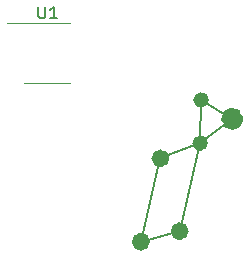
<source format=gbr>
%TF.GenerationSoftware,KiCad,Pcbnew,7.0.7*%
%TF.CreationDate,2024-03-04T03:02:07-08:00*%
%TF.ProjectId,can_magnetic_angle_sensor,63616e5f-6d61-4676-9e65-7469635f616e,rev?*%
%TF.SameCoordinates,Original*%
%TF.FileFunction,Legend,Top*%
%TF.FilePolarity,Positive*%
%FSLAX46Y46*%
G04 Gerber Fmt 4.6, Leading zero omitted, Abs format (unit mm)*
G04 Created by KiCad (PCBNEW 7.0.7) date 2024-03-04 03:02:07*
%MOMM*%
%LPD*%
G01*
G04 APERTURE LIST*
%ADD10C,0.150000*%
%ADD11C,0.961213*%
%ADD12C,0.776208*%
%ADD13C,0.642969*%
%ADD14C,0.647054*%
%ADD15C,0.762964*%
%ADD16C,0.767196*%
%ADD17C,0.120000*%
G04 APERTURE END LIST*
D10*
X45413806Y-53465306D02*
X48695972Y-52583595D01*
X47072603Y-46410364D02*
X45413806Y-53465306D01*
D11*
X53628868Y-43066601D02*
G75*
G03*
X53628868Y-43066601I-480606J0D01*
G01*
D10*
X50430000Y-45117969D02*
X53148262Y-43066601D01*
D12*
X45801910Y-53465306D02*
G75*
G03*
X45801910Y-53465306I-388104J0D01*
G01*
D10*
X50430000Y-45117969D02*
X47072603Y-46410364D01*
D13*
X50751484Y-45117969D02*
G75*
G03*
X50751484Y-45117969I-321484J0D01*
G01*
D14*
X50833972Y-41465306D02*
G75*
G03*
X50833972Y-41465306I-323527J0D01*
G01*
D15*
X49077454Y-52583595D02*
G75*
G03*
X49077454Y-52583595I-381482J0D01*
G01*
D10*
X50430000Y-45117969D02*
X48695972Y-52583595D01*
X50510445Y-41465306D02*
X53148262Y-43066601D01*
D16*
X47456201Y-46410364D02*
G75*
G03*
X47456201Y-46410364I-383598J0D01*
G01*
D10*
X50510445Y-41465306D02*
X50430000Y-45117969D01*
X36738095Y-33554819D02*
X36738095Y-34364342D01*
X36738095Y-34364342D02*
X36785714Y-34459580D01*
X36785714Y-34459580D02*
X36833333Y-34507200D01*
X36833333Y-34507200D02*
X36928571Y-34554819D01*
X36928571Y-34554819D02*
X37119047Y-34554819D01*
X37119047Y-34554819D02*
X37214285Y-34507200D01*
X37214285Y-34507200D02*
X37261904Y-34459580D01*
X37261904Y-34459580D02*
X37309523Y-34364342D01*
X37309523Y-34364342D02*
X37309523Y-33554819D01*
X38309523Y-34554819D02*
X37738095Y-34554819D01*
X38023809Y-34554819D02*
X38023809Y-33554819D01*
X38023809Y-33554819D02*
X37928571Y-33697676D01*
X37928571Y-33697676D02*
X37833333Y-33792914D01*
X37833333Y-33792914D02*
X37738095Y-33840533D01*
D17*
%TO.C,U1*%
X37500000Y-34940000D02*
X34050000Y-34940000D01*
X37500000Y-34940000D02*
X39450000Y-34940000D01*
X37500000Y-40060000D02*
X35550000Y-40060000D01*
X37500000Y-40060000D02*
X39450000Y-40060000D01*
%TD*%
M02*

</source>
